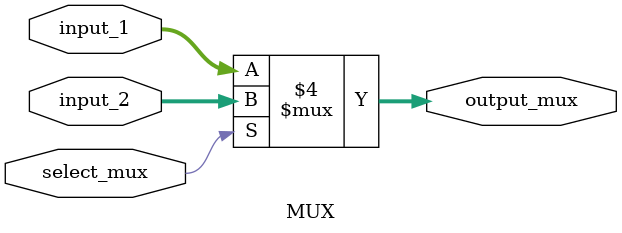
<source format=v>
module MUX(input_1, input_2, select_mux, output_mux);
    input [7:0] input_1;
    input [7:0] input_2;
    input select_mux;
    output reg [7:0] output_mux;
    always@(*)
        begin
            if (select_mux == 0)
                output_mux <= input_1;
            else
                output_mux <= input_2;
        end
endmodule
</source>
